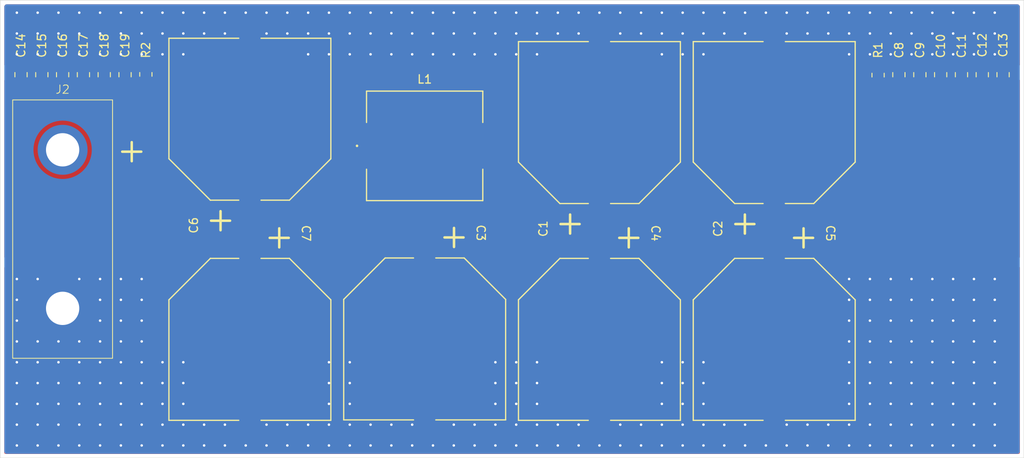
<source format=kicad_pcb>
(kicad_pcb (version 20240108) (generator "pcbnew") (generator_version "8.0")
  (layers (0 "F.Cu" signal) (31 "B.Cu" signal) (34 "B.Paste" user) (35 "F.Paste" user) (36 "B.SilkS" user "B.Silkscreen") (37 "F.SilkS" user "F.Silkscreen") (38 "B.Mask" user) (39 "F.Mask" user) (44 "Edge.Cuts" user))
  (net 0 "")
  (net 1 "/VOUT")
  (net 2 "GND")
  (net 3 "/VIN")
  (footprint "Capacitor_SMD:C_0805_2012Metric" (layer "F.Cu") (at 107.5 108.95 90)
    (property "Reference" "C18" (at 3.5 0 90) (layer "F.SilkS"))
    (property "Value" ".1u")
    (pad "1" smd roundrect (at -0.95 0 90) (size 1 1.45) (layers "F.Cu" "F.Paste" "F.Mask") (net 3 "/VIN"))
    (pad "2" smd roundrect (at 0.95 0 90) (size 1 1.45) (layers "F.Cu" "F.Paste" "F.Mask") (net 2 "GND"))
  )
  (footprint "Capacitor_SMD:C_0805_2012Metric" (layer "F.Cu") (at 105 108.95 90)
    (property "Reference" "C17" (at 3.5 0 90) (layer "F.SilkS"))
    (property "Value" ".1u")
    (pad "1" smd roundrect (at -0.95 0 90) (size 1 1.45) (layers "F.Cu" "F.Paste" "F.Mask") (net 3 "/VIN"))
    (pad "2" smd roundrect (at 0.95 0 90) (size 1 1.45) (layers "F.Cu" "F.Paste" "F.Mask") (net 2 "GND"))
  )
  (footprint "FilterBoardLib:EMHB630ARA471MMH0S" (layer "F.Cu") (at 167 114.4509 90)
    (property "Reference" "C1" (at -13 -6.75 90) (layer "F.SilkS"))
    (property "Value" "EMHB630ARA471MMH0S" (hide yes))
    (fp_text user "+" (at -14.5 -2 90) (layer "F.SilkS") (effects (font (size 3 3) (thickness 0.3)) (justify left bottom)))
    (pad "1" smd rect (at -7.4509 0 90) (size 7.4168 2.0066) (layers "F.Cu" "F.Paste" "F.Mask") (net 1 "/VOUT"))
    (pad "2" smd rect (at 6.9509 0 90) (size 7.4168 2.0066) (layers "F.Cu" "F.Paste" "F.Mask") (net 2 "GND"))
    (zone (net 0) (net_name "") (layer "F.Cu") (connect_pads (clearance 0)) (min_thickness 0.254)
      (keepout (tracks not_allowed) (vias not_allowed) (pads allowed) (copperpour not_allowed) (footprints allowed))
      (fill (thermal_gap 0.508) (thermal_bridge_width 0.508))
      (polygon (pts (xy 160.1996 124.2513) (xy 160.1996 105.1505) (xy 165.9459 105.1505) (xy 165.9459 124.2513)))
    )
    (zone (net 0) (net_name "") (layer "F.Cu") (connect_pads (clearance 0)) (min_thickness 0.254)
      (keepout (tracks not_allowed) (vias not_allowed) (pads allowed) (copperpour not_allowed) (footprints allowed))
      (fill (thermal_gap 0.508) (thermal_bridge_width 0.508))
      (polygon (pts (xy 165.9459 118.1426) (xy 165.9459 111.2592) (xy 168.0541 111.2592) (xy 168.0541 118.1426)))
    )
    (zone (net 0) (net_name "") (layer "F.Cu") (connect_pads (clearance 0)) (min_thickness 0.254)
      (keepout (tracks not_allowed) (vias not_allowed) (pads allowed) (copperpour not_allowed) (footprints allowed))
      (fill (thermal_gap 0.508) (thermal_bridge_width 0.508))
      (polygon (pts (xy 168.0541 124.2513) (xy 168.0541 105.1505) (xy 173.5504 105.1505) (xy 173.5504 124.2513)))
    )
  )
  (footprint "FilterBoardLib:EMHB630ARA471MMH0S" (layer "F.Cu") (at 188 141 -90)
    (property "Reference" "C5" (at -13 -6.75 -90) (layer "F.SilkS"))
    (property "Value" "EMHB630ARA471MMH0S" (hide yes))
    (fp_text user "+" (at -14.5 -2 -90) (layer "F.SilkS") (effects (font (size 3 3) (thickness 0.3)) (justify left bottom)))
    (pad "1" smd rect (at -7.4509 0 270) (size 7.4168 2.0066) (layers "F.Cu" "F.Paste" "F.Mask") (net 1 "/VOUT"))
    (pad "2" smd rect (at 6.9509 0 270) (size 7.4168 2.0066) (layers "F.Cu" "F.Paste" "F.Mask") (net 2 "GND"))
    (zone (net 0) (net_name "") (layer "F.Cu") (connect_pads (clearance 0)) (min_thickness 0.254)
      (keepout (tracks not_allowed) (vias not_allowed) (pads allowed) (copperpour not_allowed) (footprints allowed))
      (fill (thermal_gap 0.508) (thermal_bridge_width 0.508))
      (polygon (pts (xy 186.9459 131.1996) (xy 186.9459 150.3004) (xy 181.4496 150.3004) (xy 181.4496 131.1996)))
    )
    (zone (net 0) (net_name "") (layer "F.Cu") (connect_pads (clearance 0)) (min_thickness 0.254)
      (keepout (tracks not_allowed) (vias not_allowed) (pads allowed) (copperpour not_allowed) (footprints allowed))
      (fill (thermal_gap 0.508) (thermal_bridge_width 0.508))
      (polygon (pts (xy 189.0541 137.3083) (xy 189.0541 144.1917) (xy 186.9459 144.1917) (xy 186.9459 137.3083)))
    )
    (zone (net 0) (net_name "") (layer "F.Cu") (connect_pads (clearance 0)) (min_thickness 0.254)
      (keepout (tracks not_allowed) (vias not_allowed) (pads allowed) (copperpour not_allowed) (footprints allowed))
      (fill (thermal_gap 0.508) (thermal_bridge_width 0.508))
      (polygon (pts (xy 194.8004 131.1996) (xy 194.8004 150.3004) (xy 189.0541 150.3004) (xy 189.0541 131.1996)))
    )
  )
  (footprint "FilterBoardLib:Banana_Terminals" (layer "F.Cu") (at 102.5 117.975)
    (property "Reference" "J2" (at 0 -7.25 0) (layer "F.SilkS") (effects (font (thickness 0.1))))
    (property "Value" "Banana Terminals")
    (fp_text user "+" (at 6.25 1.75 0) (layer "F.SilkS") (effects (font (size 3 3) (thickness 0.3)) (justify left bottom)))
    (pad "1" thru_hole circle (at 0 0) (size 6 6) (drill 4) (layers "*.Cu" "*.Mask") (net 3 "/VIN"))
    (pad "2" thru_hole circle (at 0 19.05) (size 6 6) (drill 4) (layers "*.Cu" "*.Mask") (net 2 "GND"))
  )
  (footprint "FilterBoardLib:IND_IHLP-5050FD-01_VIS" (layer "F.Cu") (at 146 117.5)
    (property "Reference" "L1" (at 0 -8 0) (layer "F.SilkS"))
    (property "Value" "IHLP5050FDER1R0M01")
    (pad "1" smd rect (at -5.3975 0 90) (size 4.953 3.2258) (layers "F.Cu" "F.Paste" "F.Mask") (net 3 "/VIN"))
    (pad "2" smd rect (at 5.3975 0 90) (size 4.953 3.2258) (layers "F.Cu" "F.Paste" "F.Mask") (net 1 "/VOUT"))
    (zone (net 0) (net_name "") (layer "F.Cu") (connect_pads (clearance 0)) (min_thickness 0.254)
      (keepout (tracks not_allowed) (vias not_allowed) (pads allowed) (copperpour not_allowed) (footprints allowed))
      (fill (thermal_gap 0.508) (thermal_bridge_width 0.508))
      (polygon (pts (xy 139.1928 111.0992) (xy 152.8072 111.0992) (xy 152.8072 114.9727) (xy 139.1928 114.9727)))
    )
    (zone (net 0) (net_name "") (layer "F.Cu") (connect_pads (clearance 0)) (min_thickness 0.254)
      (keepout (tracks not_allowed) (vias not_allowed) (pads allowed) (copperpour not_allowed) (footprints allowed))
      (fill (thermal_gap 0.508) (thermal_bridge_width 0.508))
      (polygon (pts (xy 139.1928 120.0273) (xy 152.8072 120.0273) (xy 152.8072 123.9008) (xy 139.1928 123.9008)))
    )
    (zone (net 0) (net_name "") (layer "F.Cu") (connect_pads (clearance 0)) (min_thickness 0.254)
      (keepout (tracks not_allowed) (vias not_allowed) (pads allowed) (copperpour not_allowed) (footprints allowed))
      (fill (thermal_gap 0.508) (thermal_bridge_width 0.508))
      (polygon (pts (xy 142.2662 114.9727) (xy 149.7338 114.9727) (xy 149.7338 120.0273) (xy 142.2662 120.0273)))
    )
  )
  (footprint "FilterBoardLib:EMHB630ARA471MMH0S" (layer "F.Cu") (at 188 114.4509 90)
    (property "Reference" "C2" (at -13 -6.75 90) (layer "F.SilkS"))
    (property "Value" "EMHB630ARA471MMH0S" (hide yes))
    (fp_text user "+" (at -14.5 -2 90) (layer "F.SilkS") (effects (font (size 3 3) (thickness 0.3)) (justify left bottom)))
    (pad "1" smd rect (at -7.4509 0 90) (size 7.4168 2.0066) (layers "F.Cu" "F.Paste" "F.Mask") (net 1 "/VOUT"))
    (pad "2" smd rect (at 6.9509 0 90) (size 7.4168 2.0066) (layers "F.Cu" "F.Paste" "F.Mask") (net 2 "GND"))
    (zone (net 0) (net_name "") (layer "F.Cu") (connect_pads (clearance 0)) (min_thickness 0.254)
      (keepout (tracks not_allowed) (vias not_allowed) (pads allowed) (copperpour not_allowed) (footprints allowed))
      (fill (thermal_gap 0.508) (thermal_bridge_width 0.508))
      (polygon (pts (xy 181.1996 124.2513) (xy 181.1996 105.1505) (xy 186.9459 105.1505) (xy 186.9459 124.2513)))
    )
    (zone (net 0) (net_name "") (layer "F.Cu") (connect_pads (clearance 0)) (min_thickness 0.254)
      (keepout (tracks not_allowed) (vias not_allowed) (pads allowed) (copperpour not_allowed) (footprints allowed))
      (fill (thermal_gap 0.508) (thermal_bridge_width 0.508))
      (polygon (pts (xy 186.9459 118.1426) (xy 186.9459 111.2592) (xy 189.0541 111.2592) (xy 189.0541 118.1426)))
    )
    (zone (net 0) (net_name "") (layer "F.Cu") (connect_pads (clearance 0)) (min_thickness 0.254)
      (keepout (tracks not_allowed) (vias not_allowed) (pads allowed) (copperpour not_allowed) (footprints allowed))
      (fill (thermal_gap 0.508) (thermal_bridge_width 0.508))
      (polygon (pts (xy 189.0541 124.2513) (xy 189.0541 105.1505) (xy 194.5504 105.1505) (xy 194.5504 124.2513)))
    )
  )
  (footprint "FilterBoardLib:EMHB630ARA471MMH0S" (layer "F.Cu") (at 146 140.9509 -90)
    (property "Reference" "C3" (at -13 -6.75 -90) (layer "F.SilkS"))
    (property "Value" "EMHB630ARA471MMH0S" (hide yes))
    (fp_text user "+" (at -14.5 -2 -90) (layer "F.SilkS") (effects (font (size 3 3) (thickness 0.3)) (justify left bottom)))
    (pad "1" smd rect (at -7.4509 0 270) (size 7.4168 2.0066) (layers "F.Cu" "F.Paste" "F.Mask") (net 1 "/VOUT"))
    (pad "2" smd rect (at 6.9509 0 270) (size 7.4168 2.0066) (layers "F.Cu" "F.Paste" "F.Mask") (net 2 "GND"))
    (zone (net 0) (net_name "") (layer "F.Cu") (connect_pads (clearance 0)) (min_thickness 0.254)
      (keepout (tracks not_allowed) (vias not_allowed) (pads allowed) (copperpour not_allowed) (footprints allowed))
      (fill (thermal_gap 0.508) (thermal_bridge_width 0.508))
      (polygon (pts (xy 144.9459 131.1505) (xy 144.9459 150.2513) (xy 139.4496 150.2513) (xy 139.4496 131.1505)))
    )
    (zone (net 0) (net_name "") (layer "F.Cu") (connect_pads (clearance 0)) (min_thickness 0.254)
      (keepout (tracks not_allowed) (vias not_allowed) (pads allowed) (copperpour not_allowed) (footprints allowed))
      (fill (thermal_gap 0.508) (thermal_bridge_width 0.508))
      (polygon (pts (xy 147.0541 137.2592) (xy 147.0541 144.1426) (xy 144.9459 144.1426) (xy 144.9459 137.2592)))
    )
    (zone (net 0) (net_name "") (layer "F.Cu") (connect_pads (clearance 0)) (min_thickness 0.254)
      (keepout (tracks not_allowed) (vias not_allowed) (pads allowed) (copperpour not_allowed) (footprints allowed))
      (fill (thermal_gap 0.508) (thermal_bridge_width 0.508))
      (polygon (pts (xy 152.8004 131.1505) (xy 152.8004 150.2513) (xy 147.0541 150.2513) (xy 147.0541 131.1505)))
    )
  )
  (footprint "Capacitor_SMD:C_0805_2012Metric" (layer "F.Cu") (at 210.5 108.95 90)
    (property "Reference" "C11" (at 3.45 0 90) (layer "F.SilkS"))
    (property "Value" ".1u")
    (pad "1" smd roundrect (at -0.95 0 90) (size 1 1.45) (layers "F.Cu" "F.Paste" "F.Mask") (net 1 "/VOUT"))
    (pad "2" smd roundrect (at 0.95 0 90) (size 1 1.45) (layers "F.Cu" "F.Paste" "F.Mask") (net 2 "GND"))
  )
  (footprint "FilterBoardLib:EMHB630ARA471MMH0S" (layer "F.Cu") (at 125 141 -90)
    (property "Reference" "C7" (at -13 -6.75 -90) (layer "F.SilkS"))
    (property "Value" "EMHB630ARA471MMH0S" (hide yes))
    (fp_text user "+" (at -14.5 -2 -90) (layer "F.SilkS") (effects (font (size 3 3) (thickness 0.3)) (justify left bottom)))
    (pad "1" smd rect (at -7.4509 0 270) (size 7.4168 2.0066) (layers "F.Cu" "F.Paste" "F.Mask") (net 3 "/VIN"))
    (pad "2" smd rect (at 6.9509 0 270) (size 7.4168 2.0066) (layers "F.Cu" "F.Paste" "F.Mask") (net 2 "GND"))
    (zone (net 0) (net_name "") (layer "F.Cu") (connect_pads (clearance 0)) (min_thickness 0.254)
      (keepout (tracks not_allowed) (vias not_allowed) (pads allowed) (copperpour not_allowed) (footprints allowed))
      (fill (thermal_gap 0.508) (thermal_bridge_width 0.508))
      (polygon (pts (xy 123.9459 131.1996) (xy 123.9459 150.3004) (xy 118.4496 150.3004) (xy 118.4496 131.1996)))
    )
    (zone (net 0) (net_name "") (layer "F.Cu") (connect_pads (clearance 0)) (min_thickness 0.254)
      (keepout (tracks not_allowed) (vias not_allowed) (pads allowed) (copperpour not_allowed) (footprints allowed))
      (fill (thermal_gap 0.508) (thermal_bridge_width 0.508))
      (polygon (pts (xy 126.0541 137.3083) (xy 126.0541 144.1917) (xy 123.9459 144.1917) (xy 123.9459 137.3083)))
    )
    (zone (net 0) (net_name "") (layer "F.Cu") (connect_pads (clearance 0)) (min_thickness 0.254)
      (keepout (tracks not_allowed) (vias not_allowed) (pads allowed) (copperpour not_allowed) (footprints allowed))
      (fill (thermal_gap 0.508) (thermal_bridge_width 0.508))
      (polygon (pts (xy 131.8004 131.1996) (xy 131.8004 150.3004) (xy 126.0541 150.3004) (xy 126.0541 131.1996)))
    )
  )
  (footprint "FilterBoardLib:EMHB630ARA471MMH0S" (layer "F.Cu") (at 167 141 -90)
    (property "Reference" "C4" (at -13 -6.75 -90) (layer "F.SilkS"))
    (property "Value" "EMHB630ARA471MMH0S" (hide yes))
    (fp_text user "+" (at -14.5 -2 -90) (layer "F.SilkS") (effects (font (size 3 3) (thickness 0.3)) (justify left bottom)))
    (pad "1" smd rect (at -7.4509 0 270) (size 7.4168 2.0066) (layers "F.Cu" "F.Paste" "F.Mask") (net 1 "/VOUT"))
    (pad "2" smd rect (at 6.9509 0 270) (size 7.4168 2.0066) (layers "F.Cu" "F.Paste" "F.Mask") (net 2 "GND"))
    (zone (net 0) (net_name "") (layer "F.Cu") (connect_pads (clearance 0)) (min_thickness 0.254)
      (keepout (tracks not_allowed) (vias not_allowed) (pads allowed) (copperpour not_allowed) (footprints allowed))
      (fill (thermal_gap 0.508) (thermal_bridge_width 0.508))
      (polygon (pts (xy 165.9459 131.1996) (xy 165.9459 150.3004) (xy 160.4496 150.3004) (xy 160.4496 131.1996)))
    )
    (zone (net 0) (net_name "") (layer "F.Cu") (connect_pads (clearance 0)) (min_thickness 0.254)
      (keepout (tracks not_allowed) (vias not_allowed) (pads allowed) (copperpour not_allowed) (footprints allowed))
      (fill (thermal_gap 0.508) (thermal_bridge_width 0.508))
      (polygon (pts (xy 168.0541 137.3083) (xy 168.0541 144.1917) (xy 165.9459 144.1917) (xy 165.9459 137.3083)))
    )
    (zone (net 0) (net_name "") (layer "F.Cu") (connect_pads (clearance 0)) (min_thickness 0.254)
      (keepout (tracks not_allowed) (vias not_allowed) (pads allowed) (copperpour not_allowed) (footprints allowed))
      (fill (thermal_gap 0.508) (thermal_bridge_width 0.508))
      (polygon (pts (xy 173.8004 131.1996) (xy 173.8004 150.3004) (xy 168.0541 150.3004) (xy 168.0541 131.1996)))
    )
  )
  (footprint "Capacitor_SMD:C_0805_2012Metric" (layer "F.Cu") (at 208 108.95 90)
    (property "Reference" "C10" (at 3.45 0 90) (layer "F.SilkS"))
    (property "Value" "1u")
    (pad "1" smd roundrect (at -0.95 0 90) (size 1 1.45) (layers "F.Cu" "F.Paste" "F.Mask") (net 1 "/VOUT"))
    (pad "2" smd roundrect (at 0.95 0 90) (size 1 1.45) (layers "F.Cu" "F.Paste" "F.Mask") (net 2 "GND"))
  )
  (footprint "Capacitor_SMD:C_0805_2012Metric" (layer "F.Cu") (at 215.5 108.95 90)
    (property "Reference" "C13" (at 3.55 0 90) (layer "F.SilkS"))
    (property "Value" ".1u")
    (pad "1" smd roundrect (at -0.95 0 90) (size 1 1.45) (layers "F.Cu" "F.Paste" "F.Mask") (net 1 "/VOUT"))
    (pad "2" smd roundrect (at 0.95 0 90) (size 1 1.45) (layers "F.Cu" "F.Paste" "F.Mask") (net 2 "GND"))
  )
  (footprint "FilterBoardLib:EMHB630ARA471MMH0S" (layer "F.Cu") (at 125 114.0491 90)
    (property "Reference" "C6" (at -13 -6.75 90) (layer "F.SilkS"))
    (property "Value" "EMHB630ARA471MMH0S" (hide yes))
    (fp_text user "+" (at -14.5 -2 90) (layer "F.SilkS") (effects (font (size 3 3) (thickness 0.3)) (justify left bottom)))
    (pad "1" smd rect (at -7.4509 0 90) (size 7.4168 2.0066) (layers "F.Cu" "F.Paste" "F.Mask") (net 3 "/VIN"))
    (pad "2" smd rect (at 6.9509 0 90) (size 7.4168 2.0066) (layers "F.Cu" "F.Paste" "F.Mask") (net 2 "GND"))
    (zone (net 0) (net_name "") (layer "F.Cu") (connect_pads (clearance 0)) (min_thickness 0.254)
      (keepout (tracks not_allowed) (vias not_allowed) (pads allowed) (copperpour not_allowed) (footprints allowed))
      (fill (thermal_gap 0.508) (thermal_bridge_width 0.508))
      (polygon (pts (xy 118.1996 123.8495) (xy 118.1996 104.7487) (xy 123.9459 104.7487) (xy 123.9459 123.8495)))
    )
    (zone (net 0) (net_name "") (layer "F.Cu") (connect_pads (clearance 0)) (min_thickness 0.254)
      (keepout (tracks not_allowed) (vias not_allowed) (pads allowed) (copperpour not_allowed) (footprints allowed))
      (fill (thermal_gap 0.508) (thermal_bridge_width 0.508))
      (polygon (pts (xy 123.9459 117.7408) (xy 123.9459 110.8574) (xy 126.0541 110.8574) (xy 126.0541 117.7408)))
    )
    (zone (net 0) (net_name "") (layer "F.Cu") (connect_pads (clearance 0)) (min_thickness 0.254)
      (keepout (tracks not_allowed) (vias not_allowed) (pads allowed) (copperpour not_allowed) (footprints allowed))
      (fill (thermal_gap 0.508) (thermal_bridge_width 0.508))
      (polygon (pts (xy 126.0541 123.8495) (xy 126.0541 104.7487) (xy 131.5504 104.7487) (xy 131.5504 123.8495)))
    )
  )
  (footprint "Capacitor_SMD:C_0805_2012Metric" (layer "F.Cu") (at 100 108.95 90)
    (property "Reference" "C15" (at 3.5 0 -90) (layer "F.SilkS"))
    (property "Value" "1u")
    (pad "1" smd roundrect (at -0.95 0 90) (size 1 1.45) (layers "F.Cu" "F.Paste" "F.Mask") (net 3 "/VIN"))
    (pad "2" smd roundrect (at 0.95 0 90) (size 1 1.45) (layers "F.Cu" "F.Paste" "F.Mask") (net 2 "GND"))
  )
  (footprint "Capacitor_SMD:C_0805_2012Metric" (layer "F.Cu") (at 213 108.95 90)
    (property "Reference" "C12" (at 3.55 0 90) (layer "F.SilkS"))
    (property "Value" ".1u")
    (pad "1" smd roundrect (at -0.95 0 90) (size 1 1.45) (layers "F.Cu" "F.Paste" "F.Mask") (net 1 "/VOUT"))
    (pad "2" smd roundrect (at 0.95 0 90) (size 1 1.45) (layers "F.Cu" "F.Paste" "F.Mask") (net 2 "GND"))
  )
  (footprint "Capacitor_SMD:C_0805_2012Metric" (layer "F.Cu") (at 110 108.95 90)
    (property "Reference" "C19" (at 3.5 0 90) (layer "F.SilkS"))
    (property "Value" ".1u")
    (pad "1" smd roundrect (at -0.95 0 90) (size 1 1.45) (layers "F.Cu" "F.Paste" "F.Mask") (net 3 "/VIN"))
    (pad "2" smd roundrect (at 0.95 0 90) (size 1 1.45) (layers "F.Cu" "F.Paste" "F.Mask") (net 2 "GND"))
  )
  (footprint "Capacitor_SMD:C_0805_2012Metric" (layer "F.Cu") (at 202.98 108.95 90)
    (property "Reference" "C8" (at 2.95 0.02 90) (layer "F.SilkS"))
    (property "Value" "1u")
    (pad "1" smd roundrect (at -0.95 0 90) (size 1 1.45) (layers "F.Cu" "F.Paste" "F.Mask") (net 1 "/VOUT"))
    (pad "2" smd roundrect (at 0.95 0 90) (size 1 1.45) (layers "F.Cu" "F.Paste" "F.Mask") (net 2 "GND"))
  )
  (footprint "Capacitor_SMD:C_0805_2012Metric" (layer "F.Cu") (at 205.5 108.95 90)
    (property "Reference" "C9" (at 2.95 0 90) (layer "F.SilkS"))
    (property "Value" "1u")
    (pad "1" smd roundrect (at -0.95 0 90) (size 1 1.45) (layers "F.Cu" "F.Paste" "F.Mask") (net 1 "/VOUT"))
    (pad "2" smd roundrect (at 0.95 0 90) (size 1 1.45) (layers "F.Cu" "F.Paste" "F.Mask") (net 2 "GND"))
  )
  (footprint "Resistor_SMD:R_0805_2012Metric" (layer "F.Cu") (at 112.5 108.9125 90)
    (property "Reference" "R2" (at 2.9125 0 90) (layer "F.SilkS"))
    (property "Value" "47k")
    (pad "1" smd roundrect (at -0.9125 0 90) (size 1.025 1.4) (layers "F.Cu" "F.Paste" "F.Mask") (roundrect_rratio 0.243902) (net 3 "/VIN"))
    (pad "2" smd roundrect (at 0.9125 0 90) (size 1.025 1.4) (layers "F.Cu" "F.Paste" "F.Mask") (roundrect_rratio 0.243902) (net 2 "GND"))
  )
  (footprint "Capacitor_SMD:C_0805_2012Metric" (layer "F.Cu") (at 102.5 108.95 90)
    (property "Reference" "C16" (at 3.5 0 -90) (layer "F.SilkS"))
    (property "Value" "1u")
    (pad "1" smd roundrect (at -0.95 0 90) (size 1 1.45) (layers "F.Cu" "F.Paste" "F.Mask") (net 3 "/VIN"))
    (pad "2" smd roundrect (at 0.95 0 90) (size 1 1.45) (layers "F.Cu" "F.Paste" "F.Mask") (net 2 "GND"))
  )
  (footprint "Resistor_SMD:R_0805_2012Metric" (layer "F.Cu") (at 200.48 109 90)
    (property "Reference" "R1" (at 3 0 90) (layer "F.SilkS"))
    (property "Value" "47k")
    (pad "1" smd roundrect (at -0.9125 0 90) (size 1.025 1.4) (layers "F.Cu" "F.Paste" "F.Mask") (roundrect_rratio 0.243902) (net 1 "/VOUT"))
    (pad "2" smd roundrect (at 0.9125 0 90) (size 1.025 1.4) (layers "F.Cu" "F.Paste" "F.Mask") (roundrect_rratio 0.243902) (net 2 "GND"))
  )
  (footprint "Capacitor_SMD:C_0805_2012Metric" (layer "F.Cu") (at 97.5 108.95 90)
    (property "Reference" "C14" (at 3.5 0 90) (layer "F.SilkS"))
    (property "Value" "1u")
    (pad "1" smd roundrect (at -0.95 0 90) (size 1 1.45) (layers "F.Cu" "F.Paste" "F.Mask") (net 3 "/VIN"))
    (pad "2" smd roundrect (at 0.95 0 90) (size 1 1.45) (layers "F.Cu" "F.Paste" "F.Mask") (net 2 "GND"))
  )
  (gr_rect (start 95 100) (end 218 155) (stroke (width 0.05)) (fill none) (layer "Edge.Cuts"))
  (via (at 172 153.5) (size 0.6) (drill 0.3) (layers "F.Cu" "B.Cu") (net 2))
  (via (at 107 101.5) (size 0.6) (drill 0.3) (layers "F.Cu" "B.Cu") (net 2))
  (via (at 209.5 153.5) (size 0.6) (drill 0.3) (layers "F.Cu" "B.Cu") (net 2))
  (via (at 124.5 153.5) (size 0.6) (drill 0.3) (layers "F.Cu" "B.Cu") (net 2))
  (via (at 182 101.5) (size 0.6) (drill 0.3) (layers "F.Cu" "B.Cu") (net 2))
  (via (at 169.5 101.5) (size 0.6) (drill 0.3) (layers "F.Cu" "B.Cu") (net 2))
  (via (at 122 151) (size 0.6) (drill 0.3) (layers "F.Cu" "B.Cu") (net 2))
  (via (at 104.5 106.5) (size 0.6) (drill 0.3) (layers "F.Cu" "B.Cu") (net 2))
  (via (at 192 101.5) (size 0.6) (drill 0.3) (layers "F.Cu" "B.Cu") (net 2))
  (via (at 204.5 104) (size 0.6) (drill 0.3) (layers "F.Cu" "B.Cu") (net 2))
  (via (at 97 141) (size 0.6) (drill 0.3) (layers "F.Cu" "B.Cu") (net 2))
  (via (at 207 136) (size 0.6) (drill 0.3) (layers "F.Cu" "B.Cu") (net 2))
  (via (at 107 143.5) (size 0.6) (drill 0.3) (layers "F.Cu" "B.Cu") (net 2))
  (via (at 204.5 106.5) (size 0.6) (drill 0.3) (layers "F.Cu" "B.Cu") (net 2))
  (via (at 109.5 101.5) (size 0.6) (drill 0.3) (layers "F.Cu" "B.Cu") (net 2))
  (via (at 172 151) (size 0.6) (drill 0.3) (layers "F.Cu" "B.Cu") (net 2))
  (via (at 164.5 153.5) (size 0.6) (drill 0.3) (layers "F.Cu" "B.Cu") (net 2))
  (via (at 172 101.5) (size 0.6) (drill 0.3) (layers "F.Cu" "B.Cu") (net 2))
  (via (at 154.5 151) (size 0.6) (drill 0.3) (layers "F.Cu" "B.Cu") (net 2))
  (via (at 192 151) (size 0.6) (drill 0.3) (layers "F.Cu" "B.Cu") (net 2))
  (via (at 99.5 101.5) (size 0.6) (drill 0.3) (layers "F.Cu" "B.Cu") (net 2))
  (via (at 164.5 101.5) (size 0.6) (drill 0.3) (layers "F.Cu" "B.Cu") (net 2))
  (via (at 99.5 148.5) (size 0.6) (drill 0.3) (layers "F.Cu" "B.Cu") (net 2))
  (via (at 157 146) (size 0.6) (drill 0.3) (layers "F.Cu" "B.Cu") (net 2))
  (via (at 114.5 101.5) (size 0.6) (drill 0.3) (layers "F.Cu" "B.Cu") (net 2))
  (via (at 209.5 146) (size 0.6) (drill 0.3) (layers "F.Cu" "B.Cu") (net 2))
  (via (at 202 143.5) (size 0.6) (drill 0.3) (layers "F.Cu" "B.Cu") (net 2))
  (via (at 157 151) (size 0.6) (drill 0.3) (layers "F.Cu" "B.Cu") (net 2))
  (via (at 212 101.5) (size 0.6) (drill 0.3) (layers "F.Cu" "B.Cu") (net 2))
  (via (at 149.5 101.5) (size 0.6) (drill 0.3) (layers "F.Cu" "B.Cu") (net 2))
  (via (at 209.5 138.5) (size 0.6) (drill 0.3) (layers "F.Cu" "B.Cu") (net 2))
  (via (at 182 151) (size 0.6) (drill 0.3) (layers "F.Cu" "B.Cu") (net 2))
  (via (at 112 143.5) (size 0.6) (drill 0.3) (layers "F.Cu" "B.Cu") (net 2))
  (via (at 162 153.5) (size 0.6) (drill 0.3) (layers "F.Cu" "B.Cu") (net 2))
  (via (at 132 153.5) (size 0.6) (drill 0.3) (layers "F.Cu" "B.Cu") (net 2))
  (via (at 97 138.5) (size 0.6) (drill 0.3) (layers "F.Cu" "B.Cu") (net 2))
  (via (at 112 148.5) (size 0.6) (drill 0.3) (layers "F.Cu" "B.Cu") (net 2))
  (via (at 127 153.5) (size 0.6) (drill 0.3) (layers "F.Cu" "B.Cu") (net 2))
  (via (at 159.5 151) (size 0.6) (drill 0.3) (layers "F.Cu" "B.Cu") (net 2))
  (via (at 209.5 104) (size 0.6) (drill 0.3) (layers "F.Cu" "B.Cu") (net 2))
  (via (at 197 148.5) (size 0.6) (drill 0.3) (layers "F.Cu" "B.Cu") (net 2))
  (via (at 112 104) (size 0.6) (drill 0.3) (layers "F.Cu" "B.Cu") (net 2))
  (via (at 122 104) (size 0.6) (drill 0.3) (layers "F.Cu" "B.Cu") (net 2))
  (via (at 177 153.5) (size 0.6) (drill 0.3) (layers "F.Cu" "B.Cu") (net 2))
  (via (at 152 106.5) (size 0.6) (drill 0.3) (layers "F.Cu" "B.Cu") (net 2))
  (via (at 174.5 106.5) (size 0.6) (drill 0.3) (layers "F.Cu" "B.Cu") (net 2))
  (via (at 157 101.5) (size 0.6) (drill 0.3) (layers "F.Cu" "B.Cu") (net 2))
  (via (at 109.5 143.5) (size 0.6) (drill 0.3) (layers "F.Cu" "B.Cu") (net 2))
  (via (at 149.5 106.5) (size 0.6) (drill 0.3) (layers "F.Cu" "B.Cu") (net 2))
  (via (at 104.5 104) (size 0.6) (drill 0.3) (layers "F.Cu" "B.Cu") (net 2))
  (via (at 209.5 143.5) (size 0.6) (drill 0.3) (layers "F.Cu" "B.Cu") (net 2))
  (via (at 139.5 101.5) (size 0.6) (drill 0.3) (layers "F.Cu" "B.Cu") (net 2))
  (via (at 97 143.5) (size 0.6) (drill 0.3) (layers "F.Cu" "B.Cu") (net 2))
  (via (at 114.5 143.5) (size 0.6) (drill 0.3) (layers "F.Cu" "B.Cu") (net 2))
  (via (at 197 151) (size 0.6) (drill 0.3) (layers "F.Cu" "B.Cu") (net 2))
  (via (at 199.5 148.5) (size 0.6) (drill 0.3) (layers "F.Cu" "B.Cu") (net 2))
  (via (at 214.5 104) (size 0.6) (drill 0.3) (layers "F.Cu" "B.Cu") (net 2))
  (via (at 189.5 153.5) (size 0.6) (drill 0.3) (layers "F.Cu" "B.Cu") (net 2))
  (via (at 142 106.5) (size 0.6) (drill 0.3) (layers "F.Cu" "B.Cu") (net 2))
  (via (at 179.5 151) (size 0.6) (drill 0.3) (layers "F.Cu" "B.Cu") (net 2))
  (via (at 204.5 101.5) (size 0.6) (drill 0.3) (layers "F.Cu" "B.Cu") (net 2))
  (via (at 152 104) (size 0.6) (drill 0.3) (layers "F.Cu" "B.Cu") (net 2))
  (via (at 114.5 151) (size 0.6) (drill 0.3) (layers "F.Cu" "B.Cu") (net 2))
  (via (at 139.5 151) (size 0.6) (drill 0.3) (layers "F.Cu" "B.Cu") (net 2))
  (via (at 202 138.5) (size 0.6) (drill 0.3) (layers "F.Cu" "B.Cu") (net 2))
  (via (at 137 148.5) (size 0.6) (drill 0.3) (layers "F.Cu" "B.Cu") (net 2))
  (via (at 204.5 146) (size 0.6) (drill 0.3) (layers "F.Cu" "B.Cu") (net 2))
  (via (at 134.5 106.5) (size 0.6) (drill 0.3) (layers "F.Cu" "B.Cu") (net 2))
  (via (at 189.5 101.5) (size 0.6) (drill 0.3) (layers "F.Cu" "B.Cu") (net 2))
  (via (at 134.5 104) (size 0.6) (drill 0.3) (layers "F.Cu" "B.Cu") (net 2))
  (via (at 189.5 151) (size 0.6) (drill 0.3) (layers "F.Cu" "B.Cu") (net 2))
  (via (at 117 146) (size 0.6) (drill 0.3) (layers "F.Cu" "B.Cu") (net 2))
  (via (at 202 133.5) (size 0.6) (drill 0.3) (layers "F.Cu" "B.Cu") (net 2))
  (via (at 129.5 101.5) (size 0.6) (drill 0.3) (layers "F.Cu" "B.Cu") (net 2))
  (via (at 157 104) (size 0.6) (drill 0.3) (layers "F.Cu" "B.Cu") (net 2))
  (via (at 104.5 153.5) (size 0.6) (drill 0.3) (layers "F.Cu" "B.Cu") (net 2))
  (via (at 159.5 101.5) (size 0.6) (drill 0.3) (layers "F.Cu" "B.Cu") (net 2))
  (via (at 197 133.5) (size 0.6) (drill 0.3) (layers "F.Cu" "B.Cu") (net 2))
  (via (at 132 151) (size 0.6) (drill 0.3) (layers "F.Cu" "B.Cu") (net 2))
  (via (at 149.5 104) (size 0.6) (drill 0.3) (layers "F.Cu" "B.Cu") (net 2))
  (via (at 104.5 146) (size 0.6) (drill 0.3) (layers "F.Cu" "B.Cu") (net 2))
  (via (at 122 153.5) (size 0.6) (drill 0.3) (layers "F.Cu" "B.Cu") (net 2))
  (via (at 157 106.5) (size 0.6) (drill 0.3) (layers "F.Cu" "B.Cu") (net 2))
  (via (at 209.5 106.5) (size 0.6) (drill 0.3) (layers "F.Cu" "B.Cu") (net 2))
  (via (at 159.5 104) (size 0.6) (drill 0.3) (layers "F.Cu" "B.Cu") (net 2))
  (via (at 202 146) (size 0.6) (drill 0.3) (layers "F.Cu" "B.Cu") (net 2))
  (via (at 102 104) (size 0.6) (drill 0.3) (layers "F.Cu" "B.Cu") (net 2))
  (via (at 112 101.5) (size 0.6) (drill 0.3) (layers "F.Cu" "B.Cu") (net 2))
  (via (at 117 101.5) (size 0.6) (drill 0.3) (layers "F.Cu" "B.Cu") (net 2))
  (via (at 109.5 104) (size 0.6) (drill 0.3) (layers "F.Cu" "B.Cu") (net 2))
  (via (at 102 101.5) (size 0.6) (drill 0.3) (layers "F.Cu" "B.Cu") (net 2))
  (via (at 134.5 101.5) (size 0.6) (drill 0.3) (layers "F.Cu" "B.Cu") (net 2))
  (via (at 99.5 146) (size 0.6) (drill 0.3) (layers "F.Cu" "B.Cu") (net 2))
  (via (at 137 146) (size 0.6) (drill 0.3) (layers "F.Cu" "B.Cu") (net 2))
  (via (at 212 143.5) (size 0.6) (drill 0.3) (layers "F.Cu" "B.Cu") (net 2))
  (via (at 97 136) (size 0.6) (drill 0.3) (layers "F.Cu" "B.Cu") (net 2))
  (via (at 102 146) (size 0.6) (drill 0.3) (layers "F.Cu" "B.Cu") (net 2))
  (via (at 164.5 104) (size 0.6) (drill 0.3) (layers "F.Cu" "B.Cu") (net 2))
  (via (at 134.5 153.5) (size 0.6) (drill 0.3) (layers "F.Cu" "B.Cu") (net 2))
  (via (at 147 153.5) (size 0.6) (drill 0.3) (layers "F.Cu" "B.Cu") (net 2))
  (via (at 112 141) (size 0.6) (drill 0.3) (layers "F.Cu" "B.Cu") (net 2))
  (via (at 142 104) (size 0.6) (drill 0.3) (layers "F.Cu" "B.Cu") (net 2))
  (via (at 139.5 104) (size 0.6) (drill 0.3) (layers "F.Cu" "B.Cu") (net 2))
  (via (at 127 151) (size 0.6) (drill 0.3) (layers "F.Cu" "B.Cu") (net 2))
  (via (at 107 104) (size 0.6) (drill 0.3) (layers "F.Cu" "B.Cu") (net 2))
  (via (at 214.5 136) (size 0.6) (drill 0.3) (layers "F.Cu" "B.Cu") (net 2))
  (via (at 164.5 151) (size 0.6) (drill 0.3) (layers "F.Cu" "B.Cu") (net 2))
  (via (at 119.5 151) (size 0.6) (drill 0.3) (layers "F.Cu" "B.Cu") (net 2))
  (via (at 212 141) (size 0.6) (drill 0.3) (layers "F.Cu" "B.Cu") (net 2))
  (via (at 187 153.5) (size 0.6) (drill 0.3) (layers "F.Cu" "B.Cu") (net 2))
  (via (at 159.5 153.5) (size 0.6) (drill 0.3) (layers "F.Cu" "B.Cu") (net 2))
  (via (at 152 151) (size 0.6) (drill 0.3) (layers "F.Cu" "B.Cu") (net 2))
  (via (at 117 106.5) (size 0.6) (drill 0.3) (layers "F.Cu" "B.Cu") (net 2))
  (via (at 179.5 148.5) (size 0.6) (drill 0.3) (layers "F.Cu" "B.Cu") (net 2))
  (via (at 157 143.5) (size 0.6) (drill 0.3) (layers "F.Cu" "B.Cu") (net 2))
  (via (at 159.5 148.5) (size 0.6) (drill 0.3) (layers "F.Cu" "B.Cu") (net 2))
  (via (at 137 151) (size 0.6) (drill 0.3) (layers "F.Cu" "B.Cu") (net 2))
  (via (at 107 138.5) (size 0.6) (drill 0.3) (layers "F.Cu" "B.Cu") (net 2))
  (via (at 137 106.5) (size 0.6) (drill 0.3) (layers "F.Cu" "B.Cu") (net 2))
  (via (at 109.5 146) (size 0.6) (drill 0.3) (layers "F.Cu" "B.Cu") (net 2))
  (via (at 207 153.5) (size 0.6) (drill 0.3) (layers "F.Cu" "B.Cu") (net 2))
  (via (at 179.5 101.5) (size 0.6) (drill 0.3) (layers "F.Cu" "B.Cu") (net 2))
  (via (at 194.5 101.5) (size 0.6) (drill 0.3) (layers "F.Cu" "B.Cu") (net 2))
  (via (at 137 104) (size 0.6) (drill 0.3) (layers "F.Cu" "B.Cu") (net 2))
  (via (at 209.5 133.5) (size 0.6) (drill 0.3) (layers "F.Cu" "B.Cu") (net 2))
  (via (at 132 101.5) (size 0.6) (drill 0.3) (layers "F.Cu" "B.Cu") (net 2))
  (via (at 162 104) (size 0.6) (drill 0.3) (layers "F.Cu" "B.Cu") (net 2))
  (via (at 177 151) (size 0.6) (drill 0.3) (layers "F.Cu" "B.Cu") (net 2))
  (via (at 154.5 101.5) (size 0.6) (drill 0.3) (layers "F.Cu" "B.Cu") (net 2))
  (via (at 97 153.5) (size 0.6) (drill 0.3) (layers "F.Cu" "B.Cu") (net 2))
  (via (at 137 143.5) (size 0.6) (drill 0.3) (layers "F.Cu" "B.Cu") (net 2))
  (via (at 154.5 106.5) (size 0.6) (drill 0.3) (layers "F.Cu" "B.Cu") (net 2))
  (via (at 177 101.5) (size 0.6) (drill 0.3) (layers "F.Cu" "B.Cu") (net 2))
  (via (at 117 143.5) (size 0.6) (drill 0.3) (layers "F.Cu" "B.Cu") (net 2))
  (via (at 129.5 104) (size 0.6) (drill 0.3) (layers "F.Cu" "B.Cu") (net 2))
  (via (at 179.5 104) (size 0.6) (drill 0.3) (layers "F.Cu" "B.Cu") (net 2))
  (via (at 112 133.5) (size 0.6) (drill 0.3) (layers "F.Cu" "B.Cu") (net 2))
  (via (at 209.5 151) (size 0.6) (drill 0.3) (layers "F.Cu" "B.Cu") (net 2))
  (via (at 214.5 138.5) (size 0.6) (drill 0.3) (layers "F.Cu" "B.Cu") (net 2))
  (via (at 199.5 146) (size 0.6) (drill 0.3) (layers "F.Cu" "B.Cu") (net 2))
  (via (at 122 101.5) (size 0.6) (drill 0.3) (layers "F.Cu" "B.Cu") (net 2))
  (via (at 174.5 101.5) (size 0.6) (drill 0.3) (layers "F.Cu" "B.Cu") (net 2))
  (via (at 97 148.5) (size 0.6) (drill 0.3) (layers "F.Cu" "B.Cu") (net 2))
  (via (at 189.5 104) (size 0.6) (drill 0.3) (layers "F.Cu" "B.Cu") (net 2))
  (via (at 99.5 143.5) (size 0.6) (drill 0.3) (layers "F.Cu" "B.Cu") (net 2))
  (via (at 147 104) (size 0.6) (drill 0.3) (layers "F.Cu" "B.Cu") (net 2))
  (via (at 202 153.5) (size 0.6) (drill 0.3) (layers "F.Cu" "B.Cu") (net 2))
  (via (at 212 151) (size 0.6) (drill 0.3) (layers "F.Cu" "B.Cu") (net 2))
  (via (at 104.5 151) (size 0.6) (drill 0.3) (layers "F.Cu" "B.Cu") (net 2))
  (via (at 162 101.5) (size 0.6) (drill 0.3) (layers "F.Cu" "B.Cu") (net 2))
  (via (at 214.5 106.5) (size 0.6) (drill 0.3) (layers "F.Cu" "B.Cu") (net 2))
  (via (at 212 148.5) (size 0.6) (drill 0.3) (layers "F.Cu" "B.Cu") (net 2))
  (via (at 127 101.5) (size 0.6) (drill 0.3) (layers "F.Cu" "B.Cu") (net 2))
  (via (at 174.5 146) (size 0.6) (drill 0.3) (layers "F.Cu" "B.Cu") (net 2))
  (via (at 109.5 138.5) (size 0.6) (drill 0.3) (layers "F.Cu" "B.Cu") (net 2))
  (via (at 109.5 148.5) (size 0.6) (drill 0.3) (layers "F.Cu" "B.Cu") (net 2))
  (via (at 197 136) (size 0.6) (drill 0.3) (layers "F.Cu" "B.Cu") (net 2))
  (via (at 129.5 153.5) (size 0.6) (drill 0.3) (layers "F.Cu" "B.Cu") (net 2))
  (via (at 147 101.5) (size 0.6) (drill 0.3) (layers "F.Cu" "B.Cu") (net 2))
  (via (at 134.5 143.5) (size 0.6) (drill 0.3) (layers "F.Cu" "B.Cu") (net 2))
  (via (at 199.5 136) (size 0.6) (drill 0.3) (layers "F.Cu" "B.Cu") (net 2))
  (via (at 167 101.5) (size 0.6) (drill 0.3) (layers "F.Cu" "B.Cu") (net 2))
  (via (at 212 153.5) (size 0.6) (drill 0.3) (layers "F.Cu" "B.Cu") (net 2))
  (via (at 169.5 151) (size 0.6) (drill 0.3) (layers "F.Cu" "B.Cu") (net 2))
  (via (at 199.5 153.5) (size 0.6) (drill 0.3) (layers "F.Cu" "B.Cu") (net 2))
  (via (at 212 136) (size 0.6) (drill 0.3) (layers "F.Cu" "B.Cu") (net 2))
  (via (at 194.5 153.5) (size 0.6) (drill 0.3) (layers "F.Cu" "B.Cu") (net 2))
  (via (at 97 106.5) (size 0.6) (drill 0.3) (layers "F.Cu" "B.Cu") (net 2))
  (via (at 159.5 146) (size 0.6) (drill 0.3) (layers "F.Cu" "B.Cu") (net 2))
  (via (at 199.5 101.5) (size 0.6) (drill 0.3) (layers "F.Cu" "B.Cu") (net 2))
  (via (at 184.5 153.5) (size 0.6) (drill 0.3) (layers "F.Cu" "B.Cu") (net 2))
  (via (at 204.5 136) (size 0.6) (drill 0.3) (layers "F.Cu" "B.Cu") (net 2))
  (via (at 174.5 148.5) (size 0.6) (drill 0.3) (layers "F.Cu" "B.Cu") (net 2))
  (via (at 179.5 106.5) (size 0.6) (drill 0.3) (layers "F.Cu" "B.Cu") (net 2))
  (via (at 107 148.5) (size 0.6) (drill 0.3) (layers "F.Cu" "B.Cu") (net 2))
  (via (at 102 151) (size 0.6) (drill 0.3) (layers "F.Cu" "B.Cu") (net 2))
  (via (at 107 141) (size 0.6) (drill 0.3) (layers "F.Cu" "B.Cu") (net 2))
  (via (at 154.5 153.5) (size 0.6) (drill 0.3) (layers "F.Cu" "B.Cu") (net 2))
  (via (at 184.5 104) (size 0.6) (drill 0.3) (layers "F.Cu" "B.Cu") (net 2))
  (via (at 204.5 151) (size 0.6) (drill 0.3) (layers "F.Cu" "B.Cu") (net 2))
  (via (at 179.5 153.5) (size 0.6) (drill 0.3) (layers "F.Cu" "B.Cu") (net 2))
  (via (at 112 136) (size 0.6) (drill 0.3) (layers "F.Cu" "B.Cu") (net 2))
  (via (at 207 151) (size 0.6) (drill 0.3) (layers "F.Cu" "B.Cu") (net 2))
  (via (at 114.5 153.5) (size 0.6) (drill 0.3) (layers "F.Cu" "B.Cu") (net 2))
  (via (at 204.5 143.5) (size 0.6) (drill 0.3) (layers "F.Cu" "B.Cu") (net 2))
  (via (at 204.5 133.5) (size 0.6) (drill 0.3) (layers "F.Cu" "B.Cu") (net 2))
  (via (at 144.5 153.5) (size 0.6) (drill 0.3) (layers "F.Cu" "B.Cu") (net 2))
  (via (at 152 153.5) (size 0.6) (drill 0.3) (layers "F.Cu" "B.Cu") (net 2))
  (via (at 109.5 133.5) (size 0.6) (drill 0.3) (layers "F.Cu" "B.Cu") (net 2))
  (via (at 202 141) (size 0.6) (drill 0.3) (layers "F.Cu" "B.Cu") (net 2))
  (via (at 197 143.5) (size 0.6) (drill 0.3) (layers "F.Cu" "B.Cu") (net 2))
  (via (at 197 141) (size 0.6) (drill 0.3) (layers "F.Cu" "B.Cu") (net 2))
  (via (at 174.5 151) (size 0.6) (drill 0.3) (layers "F.Cu" "B.Cu") (net 2))
  (via (at 154.5 104) (size 0.6) (drill 0.3) (layers "F.Cu" "B.Cu") (net 2))
  (via (at 207 146) (size 0.6) (drill 0.3) (layers "F.Cu" "B.Cu") (net 2))
  (via (at 102 106.5) (size 0.6) (drill 0.3) (layers "F.Cu" "B.Cu") (net 2))
  (via (at 107 153.5) (size 0.6) (drill 0.3) (layers "F.Cu" "B.Cu") (net 2))
  (via (at 97 146) (size 0.6) (drill 0.3) (layers "F.Cu" "B.Cu") (net 2))
  (via (at 114.5 148.5) (size 0.6) (drill 0.3) (layers "F.Cu" "B.Cu") (net 2))
  (via (at 102 148.5) (size 0.6) (drill 0.3) (layers "F.Cu" "B.Cu") (net 2))
  (via (at 154.5 143.5) (size 0.6) (drill 0.3) (layers "F.Cu" "B.Cu") (net 2))
  (via (at 184.5 101.5) (size 0.6) (drill 0.3) (layers "F.Cu" "B.Cu") (net 2))
  (via (at 207 101.5) (size 0.6) (drill 0.3) (layers "F.Cu" "B.Cu") (net 2))
  (via (at 207 133.5) (size 0.6) (drill 0.3) (layers "F.Cu" "B.Cu") (net 2))
  (via (at 102 141) (size 0.6) (drill 0.3) (layers "F.Cu" "B.Cu") (net 2))
  (via (at 199.5 143.5) (size 0.6) (drill 0.3) (layers "F.Cu" "B.Cu") (net 2))
  (via (at 169.5 104) (size 0.6) (drill 0.3) (layers "F.Cu" "B.Cu") (net 2))
  (via (at 144.5 101.5) (size 0.6) (drill 0.3) (layers "F.Cu" "B.Cu") (net 2))
  (via (at 109.5 151) (size 0.6) (drill 0.3) (layers "F.Cu" "B.Cu") (net 2))
  (via (at 154.5 148.5) (size 0.6) (drill 0.3) (layers "F.Cu" "B.Cu") (net 2))
  (via (at 192 104) (size 0.6) (drill 0.3) (layers "F.Cu" "B.Cu") (net 2))
  (via (at 99.5 151) (size 0.6) (drill 0.3) (layers "F.Cu" "B.Cu") (net 2))
  (via (at 144.5 104) (size 0.6) (drill 0.3) (layers "F.Cu" "B.Cu") (net 2))
  (via (at 142 151) (size 0.6) (drill 0.3) (layers "F.Cu" "B.Cu") (net 2))
  (via (at 197 146) (size 0.6) (drill 0.3) (layers "F.Cu" "B.Cu") (net 2))
  (via (at 157 148.5) (size 0.6) (drill 0.3) (layers "F.Cu" "B.Cu") (net 2))
  (via (at 127 104) (size 0.6) (drill 0.3) (layers "F.Cu" "B.Cu") (net 2))
  (via (at 117 153.5) (size 0.6) (drill 0.3) (layers "F.Cu" "B.Cu") (net 2))
  (via (at 207 138.5) (size 0.6) (drill 0.3) (layers "F.Cu" "B.Cu") (net 2))
  (via (at 109.5 136) (size 0.6) (drill 0.3) (layers "F.Cu" "B.Cu") (net 2))
  (via (at 109.5 106.5) (size 0.6) (drill 0.3) (layers "F.Cu" "B.Cu") (net 2))
  (via (at 179.5 146) (size 0.6) (drill 0.3) (layers "F.Cu" "B.Cu") (net 2))
  (via (at 214.5 148.5) (size 0.6) (drill 0.3) (layers "F.Cu" "B.Cu") (net 2))
  (via (at 207 143.5) (size 0.6) (drill 0.3) (layers "F.Cu" "B.Cu") (net 2))
  (via (at 134.5 146) (size 0.6) (drill 0.3) (layers "F.Cu" "B.Cu") (net 2))
  (via (at 152 101.5) (size 0.6) (drill 0.3) (layers "F.Cu" "B.Cu") (net 2))
  (via (at 179.5 143.5) (size 0.6) (drill 0.3) (layers "F.Cu" "B.Cu") (net 2))
  (via (at 209.5 141) (size 0.6) (drill 0.3) (layers "F.Cu" "B.Cu") (net 2))
  (via (at 169.5 153.5) (size 0.6) (drill 0.3) (layers "F.Cu" "B.Cu") (net 2))
  (via (at 172 104) (size 0.6) (drill 0.3) (layers "F.Cu" "B.Cu") (net 2))
  (via (at 107 133.5) (size 0.6) (drill 0.3) (layers "F.Cu" "B.Cu") (net 2))
  (via (at 207 148.5) (size 0.6) (drill 0.3) (layers "F.Cu" "B.Cu") (net 2))
  (via (at 204.5 148.5) (size 0.6) (drill 0.3) (layers "F.Cu" "B.Cu") (net 2))
  (via (at 112 106.5) (size 0.6) (drill 0.3) (layers "F.Cu" "B.Cu") (net 2))
  (via (at 102 143.5) (size 0.6) (drill 0.3) (layers "F.Cu" "B.Cu") (net 2))
  (via (at 119.5 153.5) (size 0.6) (drill 0.3) (layers "F.Cu" "B.Cu") (net 2))
  (via (at 117 148.5) (size 0.6) (drill 0.3) (layers "F.Cu" "B.Cu") (net 2))
  (via (at 177 104) (size 0.6) (drill 0.3) (layers "F.Cu" "B.Cu") (net 2))
  (via (at 107 146) (size 0.6) (drill 0.3) (layers "F.Cu" "B.Cu") (net 2))
  (via (at 167 153.5) (size 0.6) (drill 0.3) (layers "F.Cu" "B.Cu") (net 2))
  (via (at 212 146) (size 0.6) (drill 0.3) (layers "F.Cu" "B.Cu") (net 2))
  (via (at 144.5 106.5) (size 0.6) (drill 0.3) (layers "F.Cu" "B.Cu") (net 2))
  (via (at 199.5 138.5) (size 0.6) (drill 0.3) (layers "F.Cu" "B.Cu") (net 2))
  (via (at 119.5 101.5) (size 0.6) (drill 0.3) (layers "F.Cu" "B.Cu") (net 2))
  (via (at 214.5 133.5) (size 0.6) (drill 0.3) (layers "F.Cu" "B.Cu") (net 2))
  (via (at 207 106.5) (size 0.6) (drill 0.3) (layers "F.Cu" "B.Cu") (net 2))
  (via (at 104.5 143.5) (size 0.6) (drill 0.3) (layers "F.Cu" "B.Cu") (net 2))
  (via (at 204.5 141) (size 0.6) (drill 0.3) (layers "F.Cu" "B.Cu") (net 2))
  (via (at 212 133.5) (size 0.6) (drill 0.3) (layers "F.Cu" "B.Cu") (net 2))
  (via (at 192 153.5) (size 0.6) (drill 0.3) (layers "F.Cu" "B.Cu") (net 2))
  (via (at 214.5 151) (size 0.6) (drill 0.3) (layers "F.Cu" "B.Cu") (net 2))
  (via (at 214.5 153.5) (size 0.6) (drill 0.3) (layers "F.Cu" "B.Cu") (net 2))
  (via (at 202 101.5) (size 0.6) (drill 0.3) (layers "F.Cu" "B.Cu") (net 2))
  (via (at 112 138.5) (size 0.6) (drill 0.3) (layers "F.Cu" "B.Cu") (net 2))
  (via (at 114.5 106.5) (size 0.6) (drill 0.3) (layers "F.Cu" "B.Cu") (net 2))
  (via (at 199.5 151) (size 0.6) (drill 0.3) (layers "F.Cu" "B.Cu") (net 2))
  (via (at 104.5 141) (size 0.6) (drill 0.3) (layers "F.Cu" "B.Cu") (net 2))
  (via (at 214.5 143.5) (size 0.6) (drill 0.3) (layers "F.Cu" "B.Cu") (net 2))
  (via (at 132 104) (size 0.6) (drill 0.3) (layers "F.Cu" "B.Cu") (net 2))
  (via (at 102 153.5) (size 0.6) (drill 0.3) (layers "F.Cu" "B.Cu") (net 2))
  (via (at 139.5 106.5) (size 0.6) (drill 0.3) (layers "F.Cu" "B.Cu") (net 2))
  (via (at 124.5 101.5) (size 0.6) (drill 0.3) (layers "F.Cu" "B.Cu") (net 2))
  (via (at 197 104) (size 0.6) (drill 0.3) (layers "F.Cu" "B.Cu") (net 2))
  (via (at 154.5 146) (size 0.6) (drill 0.3) (layers "F.Cu" "B.Cu") (net 2))
  (via (at 97 104) (size 0.6) (drill 0.3) (layers "F.Cu" "B.Cu") (net 2))
  (via (at 159.5 106.5) (size 0.6) (drill 0.3) (layers "F.Cu" "B.Cu") (net 2))
  (via (at 212 138.5) (size 0.6) (drill 0.3) (layers "F.Cu" "B.Cu") (net 2))
  (via (at 159.5 143.5) (size 0.6) (drill 0.3) (layers "F.Cu" "B.Cu") (net 2))
  (via (at 209.5 148.5) (size 0.6) (drill 0.3) (layers "F.Cu" "B.Cu") (net 2))
  (via (at 137 101.5) (size 0.6) (drill 0.3) (layers "F.Cu" "B.Cu") (net 2))
  (via (at 197 138.5) (size 0.6) (drill 0.3) (layers "F.Cu" "B.Cu") (net 2))
  (via (at 204.5 138.5) (size 0.6) (drill 0.3) (layers "F.Cu" "B.Cu") (net 2))
  (via (at 202 148.5) (size 0.6) (drill 0.3) (layers "F.Cu" "B.Cu") (net 2))
  (via (at 202 106.5) (size 0.6) (drill 0.3) (layers "F.Cu" "B.Cu") (net 2))
  (via (at 209.5 136) (size 0.6) (drill 0.3) (layers "F.Cu" "B.Cu") (net 2))
  (via (at 114.5 104) (size 0.6) (drill 0.3) (layers "F.Cu" "B.Cu") (net 2))
  (via (at 129.5 151) (size 0.6) (drill 0.3) (layers "F.Cu" "B.Cu") (net 2))
  (via (at 137 153.5) (size 0.6) (drill 0.3) (layers "F.Cu" "B.Cu") (net 2))
  (via (at 107 151) (size 0.6) (drill 0.3) (layers "F.Cu" "B.Cu") (net 2))
  (via (at 207 141) (size 0.6) (drill 0.3) (layers "F.Cu" "B.Cu") (net 2))
  (via (at 207 104) (size 0.6) (drill 0.3) (layers "F.Cu" "B.Cu") (net 2))
  (via (at 214.5 101.5) (size 0.6) (drill 0.3) (layers "F.Cu" "B.Cu") (net 2))
  (via (at 117 104) (size 0.6) (drill 0.3) (layers "F.Cu" "B.Cu") (net 2))
  (via (at 99.5 153.5) (size 0.6) (drill 0.3) (layers "F.Cu" "B.Cu") (net 2))
  (via (at 202 104) (size 0.6) (drill 0.3) (layers "F.Cu" "B.Cu") (net 2))
  (via (at 99.5 106.5) (size 0.6) (drill 0.3) (layers "F.Cu" "B.Cu") (net 2))
  (via (at 149.5 151) (size 0.6) (drill 0.3) (layers "F.Cu" "B.Cu") (net 2))
  (via (at 119.5 104) (size 0.6) (drill 0.3) (layers "F.Cu" "B.Cu") (net 2))
  (via (at 202 151) (size 0.6) (drill 0.3) (layers "F.Cu" "B.Cu") (net 2))
  (via (at 182 153.5) (size 0.6) (drill 0.3) (layers "F.Cu" "B.Cu") (net 2))
  (via (at 99.5 141) (size 0.6) (drill 0.3) (layers "F.Cu" "B.Cu") (net 2))
  (via (at 209.5 101.5) (size 0.6) (drill 0.3) (layers "F.Cu" "B.Cu") (net 2))
  (via (at 112 151) (size 0.6) (drill 0.3) (layers "F.Cu" "B.Cu") (net 2))
  (via (at 197 106.5) (size 0.6) (drill 0.3) (layers "F.Cu" "B.Cu") (net 2))
  (via (at 187 101.5) (size 0.6) (drill 0.3) (layers "F.Cu" "B.Cu") (net 2))
  (via (at 144.5 151) (size 0.6) (drill 0.3) (layers "F.Cu" "B.Cu") (net 2))
  (via (at 104.5 148.5) (size 0.6) (drill 0.3) (layers "F.Cu" "B.Cu") (net 2))
  (via (at 157 153.5) (size 0.6) (drill 0.3) (layers "F.Cu" "B.Cu") (net 2))
  (via (at 109.5 153.5) (size 0.6) (drill 0.3) (layers "F.Cu" "B.Cu") (net 2))
  (via (at 99.5 104) (size 0.6) (drill 0.3) (layers "F.Cu" "B.Cu") (net 2))
  (via (at 142 101.5) (size 0.6) (drill 0.3) (layers "F.Cu" "B.Cu") (net 2))
  (via (at 139.5 153.5) (size 0.6) (drill 0.3) (layers "F.Cu" "B.Cu") (net 2))
  (via (at 104.5 101.5) (size 0.6) (drill 0.3) (layers "F.Cu" "B.Cu") (net 2))
  (via (at 202 136) (size 0.6) (drill 0.3) (layers "F.Cu" "B.Cu") (net 2))
  (via (at 194.5 151) (size 0.6) (drill 0.3) (layers "F.Cu" "B.Cu") (net 2))
  (via (at 107 106.5) (size 0.6) (drill 0.3) (layers "F.Cu" "B.Cu") (net 2))
  (via (at 99.5 133.5) (size 0.6) (drill 0.3) (layers "F.Cu" "B.Cu") (net 2))
  (via (at 97 151) (size 0.6) (drill 0.3) (layers "F.Cu" "B.Cu") (net 2))
  (via (at 177 146) (size 0.6) (drill 0.3) (layers "F.Cu" "B.Cu") (net 2))
  (via (at 142 153.5) (size 0.6) (drill 0.3) (layers "F.Cu" "B.Cu") (net 2))
  (via (at 162 151) (size 0.6) (drill 0.3) (layers "F.Cu" "B.Cu") (net 2))
  (via (at 177 143.5) (size 0.6) (drill 0.3) (layers "F.Cu" "B.Cu") (net 2))
  (via (at 147 106.5) (size 0.6) (drill 0.3) (layers "F.Cu" "B.Cu") (net 2))
  (via (at 174.5 104) (size 0.6) (drill 0.3) (layers "F.Cu" "B.Cu") (net 2))
  (via (at 194.5 104) (size 0.6) (drill 0.3) (layers "F.Cu" "B.Cu") (net 2))
  (via (at 134.5 148.5) (size 0.6) (drill 0.3) (layers "F.Cu" "B.Cu") (net 2))
  (via (at 182 104) (size 0.6) (drill 0.3) (layers "F.Cu" "B.Cu") (net 2))
  (via (at 112 153.5) (size 0.6) (drill 0.3) (layers "F.Cu" "B.Cu") (net 2))
  (via (at 199.5 141) (size 0.6) (drill 0.3) (layers "F.Cu" "B.Cu") (net 2))
  (via (at 114.5 146) (size 0.6) (drill 0.3) (layers "F.Cu" "B.Cu") (net 2))
  (via (at 212 106.5) (size 0.6) (drill 0.3) (layers "F.Cu" "B.Cu") (net 2))
  (via (at 132 106.5) (size 0.6) (drill 0.3) (layers "F.Cu" "B.Cu") (net 2))
  (via (at 214.5 146) (size 0.6) (drill 0.3) (layers "F.Cu" "B.Cu") (net 2))
  (via (at 97 133.5) (size 0.6) (drill 0.3) (layers "F.Cu" "B.Cu") (net 2))
  (via (at 199.5 104) (size 0.6) (drill 0.3) (layers "F.Cu" "B.Cu") (net 2))
  (via (at 204.5 153.5) (size 0.6) (drill 0.3) (layers "F.Cu" "B.Cu") (net 2))
  (via (at 197 153.5) (size 0.6) (drill 0.3) (layers "F.Cu" "B.Cu") (net 2))
  (via (at 104.5 133.5) (size 0.6) (drill 0.3) (layers "F.Cu" "B.Cu") (net 2))
  (via (at 117 151) (size 0.6) (drill 0.3) (layers "F.Cu" "B.Cu") (net 2))
  (via (at 134.5 151) (size 0.6) (drill 0.3) (layers "F.Cu" "B.Cu") (net 2))
  (via (at 199.5 106.5) (size 0.6) (drill 0.3) (layers "F.Cu" "B.Cu") (net 2))
  (via (at 174.5 153.5) (size 0.6) (drill 0.3) (layers "F.Cu" "B.Cu") (net 2))
  (via (at 109.5 141) (size 0.6) (drill 0.3) (layers "F.Cu" "B.Cu") (net 2))
  (via (at 199.5 133.5) (size 0.6) (drill 0.3) (layers "F.Cu" "B.Cu") (net 2))
  (via (at 112 146) (size 0.6) (drill 0.3) (layers "F.Cu" "B.Cu") (net 2))
  (via (at 177 148.5) (size 0.6) (drill 0.3) (layers "F.Cu" "B.Cu") (net 2))
  (via (at 214.5 141) (size 0.6) (drill 0.3) (layers "F.Cu" "B.Cu") (net 2))
  (via (at 212 104) (size 0.6) (drill 0.3) (layers "F.Cu" "B.Cu") (net 2))
  (via (at 174.5 143.5) (size 0.6) (drill 0.3) (layers "F.Cu" "B.Cu") (net 2))
  (via (at 184.5 151) (size 0.6) (drill 0.3) (layers "F.Cu" "B.Cu") (net 2))
  (via (at 177 106.5) (size 0.6) (drill 0.3) (layers "F.Cu" "B.Cu") (net 2))
  (via (at 197 101.5) (size 0.6) (drill 0.3) (layers "F.Cu" "B.Cu") (net 2))
  (via (at 107 136) (size 0.6) (drill 0.3) (layers "F.Cu" "B.Cu") (net 2))
  (via (at 149.5 153.5) (size 0.6) (drill 0.3) (layers "F.Cu" "B.Cu") (net 2))
  (via (at 97 101.5) (size 0.6) (drill 0.3) (layers "F.Cu" "B.Cu") (net 2))
  (zone (net 2) (net_name "GND") (layer "F.Cu") (priority 1) (connect_pads yes (clearance 0.5)) (min_thickness 0.25) (fill yes (thermal_gap 0.5) (thermal_bridge_width 0.5) (smoothing fillet) (radius 2))
    (polygon (pts (xy 95 108.5) (xy 218 108.5) (xy 218 100) (xy 95 100)))
  )
  (zone (net 3) (net_name "/VIN") (layer "F.Cu") (connect_pads yes (clearance 0.5)) (min_thickness 0.25) (fill yes (thermal_gap 0.5) (thermal_bridge_width 0.5))
    (polygon (pts (xy 142.5 109.5) (xy 142.5 140.5) (xy 115 140.5) (xy 115 131) (xy 95 131) (xy 95 109.5) (xy 139.1928 109.5)))
  )
  (zone (net 2) (net_name "GND") (layer "F.Cu") (priority 2) (connect_pads yes (clearance 0.5)) (min_thickness 0.25) (fill yes (thermal_gap 0.5) (thermal_bridge_width 0.5))
    (polygon (pts (xy 95 132) (xy 114 132) (xy 114 141.5) (xy 194.5 141.5) (xy 194.5 132) (xy 218 132) (xy 218 155) (xy 95 155)))
  )
  (zone (net 1) (net_name "/VOUT") (layer "F.Cu") (priority 3) (connect_pads yes (clearance 0.5)) (min_thickness 0.25) (fill yes (thermal_gap 0.5) (thermal_bridge_width 0.5))
    (polygon (pts (xy 144 140.5) (xy 144 109.5) (xy 218 109.5) (xy 218 131) (xy 194.5 131) (xy 194.5 140.5)))
  )
  (zone (net 2) (net_name "GND") (layer "B.Cu") (priority 4) (connect_pads yes (clearance 0.5)) (min_thickness 0.25) (fill yes (thermal_gap 0.5) (thermal_bridge_width 0.5) (smoothing fillet) (radius 2))
    (polygon (pts (xy 95 100) (xy 95 155) (xy 218 155) (xy 218 100)))
  )
)
</source>
